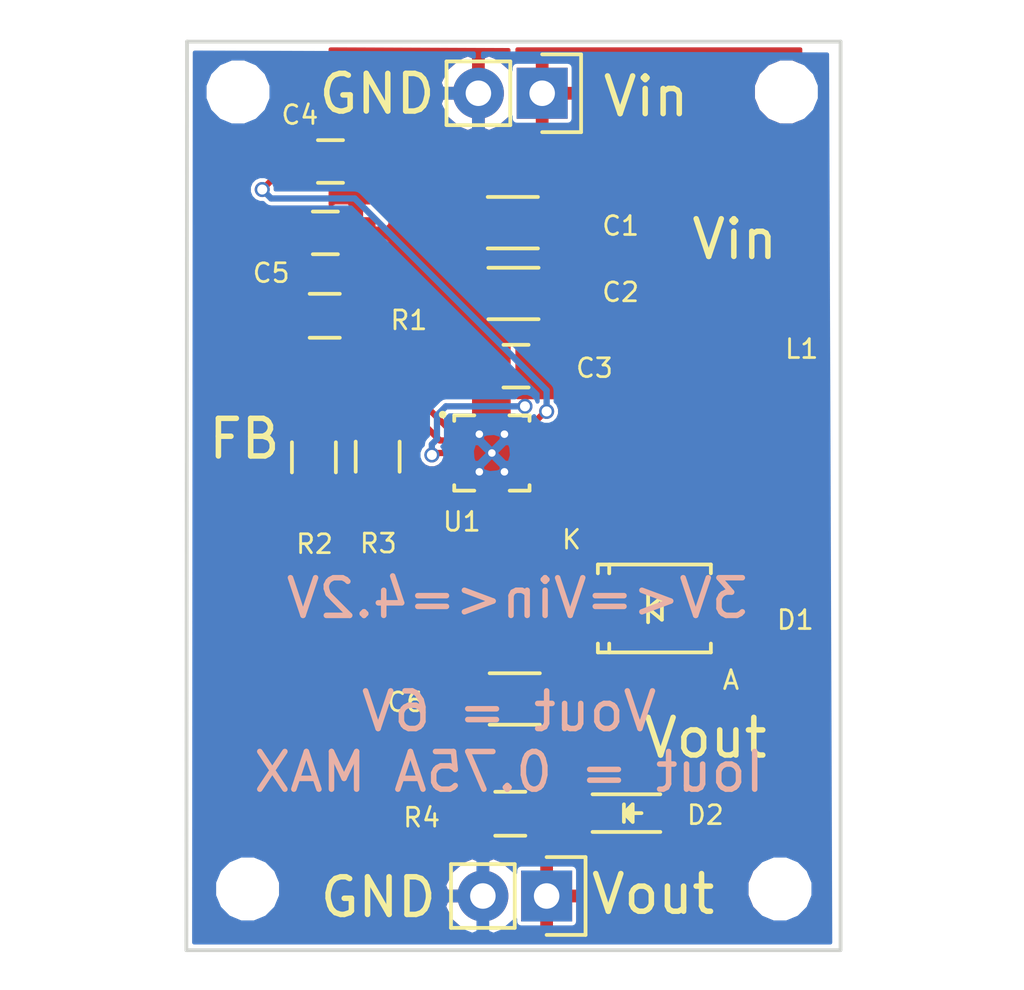
<source format=kicad_pcb>
(kicad_pcb (version 4) (host pcbnew 4.0.5)

  (general
    (links 50)
    (no_connects 0)
    (area 142.763457 100.6476 183.626543 140.7524)
    (thickness 1.6)
    (drawings 13)
    (tracks 61)
    (zones 0)
    (modules 23)
    (nets 10)
  )

  (page A4)
  (layers
    (0 F.Cu signal)
    (31 B.Cu signal)
    (32 B.Adhes user hide)
    (33 F.Adhes user hide)
    (34 B.Paste user hide)
    (35 F.Paste user hide)
    (36 B.SilkS user)
    (37 F.SilkS user)
    (38 B.Mask user)
    (39 F.Mask user)
    (40 Dwgs.User user)
    (41 Cmts.User user)
    (42 Eco1.User user)
    (43 Eco2.User user)
    (44 Edge.Cuts user)
    (45 Margin user)
    (46 B.CrtYd user)
    (47 F.CrtYd user)
    (48 B.Fab user)
    (49 F.Fab user)
  )

  (setup
    (last_trace_width 0.25)
    (trace_clearance 0.1524)
    (zone_clearance 0.1524)
    (zone_45_only no)
    (trace_min 0.2)
    (segment_width 0.2)
    (edge_width 0.15)
    (via_size 0.6)
    (via_drill 0.4)
    (via_min_size 0.4)
    (via_min_drill 0.3)
    (uvia_size 0.3)
    (uvia_drill 0.1)
    (uvias_allowed no)
    (uvia_min_size 0.2)
    (uvia_min_drill 0.1)
    (pcb_text_width 0.3)
    (pcb_text_size 1.5 1.5)
    (mod_edge_width 0.15)
    (mod_text_size 0.75 0.75)
    (mod_text_width 0.11)
    (pad_size 2.032 2.032)
    (pad_drill 1.016)
    (pad_to_mask_clearance 0.0762)
    (solder_mask_min_width 0.1016)
    (aux_axis_origin 0 0)
    (visible_elements FFFEFF7F)
    (pcbplotparams
      (layerselection 0x010f8_80000001)
      (usegerberextensions true)
      (excludeedgelayer true)
      (linewidth 0.100000)
      (plotframeref false)
      (viasonmask false)
      (mode 1)
      (useauxorigin false)
      (hpglpennumber 1)
      (hpglpenspeed 20)
      (hpglpendiameter 15)
      (hpglpenoverlay 2)
      (psnegative false)
      (psa4output false)
      (plotreference true)
      (plotvalue false)
      (plotinvisibletext false)
      (padsonsilk false)
      (subtractmaskfromsilk true)
      (outputformat 1)
      (mirror false)
      (drillshape 0)
      (scaleselection 1)
      (outputdirectory GERBERS/))
  )

  (net 0 "")
  (net 1 GND)
  (net 2 "Net-(C4-Pad1)")
  (net 3 "Net-(C5-Pad1)")
  (net 4 "Net-(R1-Pad1)")
  (net 5 /Vin)
  (net 6 /Vout)
  (net 7 /FB)
  (net 8 "Net-(D2-Pad1)")
  (net 9 /SW)

  (net_class Default "This is the default net class."
    (clearance 0.1524)
    (trace_width 0.25)
    (via_dia 0.6)
    (via_drill 0.4)
    (uvia_dia 0.3)
    (uvia_drill 0.1)
    (add_net /FB)
    (add_net /SW)
    (add_net /Vin)
    (add_net /Vout)
    (add_net GND)
    (add_net "Net-(C4-Pad1)")
    (add_net "Net-(C5-Pad1)")
    (add_net "Net-(D2-Pad1)")
    (add_net "Net-(R1-Pad1)")
  )

  (module Mounting_Holes:MountingHole_2.2mm_M2 (layer F.Cu) (tedit 58AA2474) (tstamp 58AD436E)
    (at 174.117 104.775)
    (descr "Mounting Hole 2.2mm, no annular, M2")
    (tags "mounting hole 2.2mm no annular m2")
    (fp_text reference REF** (at 0 -3.2) (layer F.SilkS) hide
      (effects (font (size 1 1) (thickness 0.15)))
    )
    (fp_text value MountingHole_2.2mm_M2 (at 0 3.2) (layer F.Fab)
      (effects (font (size 1 1) (thickness 0.15)))
    )
    (fp_circle (center 0 0) (end 2.2 0) (layer Cmts.User) (width 0.15))
    (fp_circle (center 0 0) (end 2.45 0) (layer F.CrtYd) (width 0.05))
    (pad 1 np_thru_hole circle (at 0 0) (size 2.2 2.2) (drill 2.2) (layers *.Cu *.Mask))
  )

  (module Mounting_Holes:MountingHole_2.2mm_M2 (layer F.Cu) (tedit 58AA2478) (tstamp 58AD4368)
    (at 152.273 104.775)
    (descr "Mounting Hole 2.2mm, no annular, M2")
    (tags "mounting hole 2.2mm no annular m2")
    (fp_text reference REF** (at 0 -3.2) (layer F.SilkS) hide
      (effects (font (size 1 1) (thickness 0.15)))
    )
    (fp_text value MountingHole_2.2mm_M2 (at 0 3.2) (layer F.Fab)
      (effects (font (size 1 1) (thickness 0.15)))
    )
    (fp_circle (center 0 0) (end 2.2 0) (layer Cmts.User) (width 0.15))
    (fp_circle (center 0 0) (end 2.45 0) (layer F.CrtYd) (width 0.05))
    (pad 1 np_thru_hole circle (at 0 0) (size 2.2 2.2) (drill 2.2) (layers *.Cu *.Mask))
  )

  (module Mounting_Holes:MountingHole_2.2mm_M2 (layer F.Cu) (tedit 58AA246C) (tstamp 58AD4362)
    (at 152.654 136.525)
    (descr "Mounting Hole 2.2mm, no annular, M2")
    (tags "mounting hole 2.2mm no annular m2")
    (fp_text reference REF** (at 0 -3.2) (layer F.SilkS) hide
      (effects (font (size 1 1) (thickness 0.15)))
    )
    (fp_text value MountingHole_2.2mm_M2 (at 0 3.2) (layer F.Fab)
      (effects (font (size 1 1) (thickness 0.15)))
    )
    (fp_circle (center 0 0) (end 2.2 0) (layer Cmts.User) (width 0.15))
    (fp_circle (center 0 0) (end 2.45 0) (layer F.CrtYd) (width 0.05))
    (pad 1 np_thru_hole circle (at 0 0) (size 2.2 2.2) (drill 2.2) (layers *.Cu *.Mask))
  )

  (module Capacitors_SMD:C_0805_HandSoldering (layer F.Cu) (tedit 58AA18D9) (tstamp 58A772ED)
    (at 163.3474 115.697 180)
    (descr "Capacitor SMD 0805, hand soldering")
    (tags "capacitor 0805")
    (path /589DCDBC)
    (attr smd)
    (fp_text reference C3 (at -3.1242 -0.0762 180) (layer F.SilkS)
      (effects (font (size 0.75 0.75) (thickness 0.11)))
    )
    (fp_text value 1u (at 0 2.1 180) (layer F.Fab)
      (effects (font (size 0.75 0.75) (thickness 0.11)))
    )
    (fp_line (start -1 0.625) (end -1 -0.625) (layer F.Fab) (width 0.15))
    (fp_line (start 1 0.625) (end -1 0.625) (layer F.Fab) (width 0.15))
    (fp_line (start 1 -0.625) (end 1 0.625) (layer F.Fab) (width 0.15))
    (fp_line (start -1 -0.625) (end 1 -0.625) (layer F.Fab) (width 0.15))
    (fp_line (start -2.3 -1) (end 2.3 -1) (layer F.CrtYd) (width 0.05))
    (fp_line (start -2.3 1) (end 2.3 1) (layer F.CrtYd) (width 0.05))
    (fp_line (start -2.3 -1) (end -2.3 1) (layer F.CrtYd) (width 0.05))
    (fp_line (start 2.3 -1) (end 2.3 1) (layer F.CrtYd) (width 0.05))
    (fp_line (start 0.5 -0.85) (end -0.5 -0.85) (layer F.SilkS) (width 0.15))
    (fp_line (start -0.5 0.85) (end 0.5 0.85) (layer F.SilkS) (width 0.15))
    (pad 1 smd rect (at -1.25 0 180) (size 1.5 1.25) (layers F.Cu F.Paste F.Mask)
      (net 5 /Vin) (zone_connect 2))
    (pad 2 smd rect (at 1.25 0 180) (size 1.5 1.25) (layers F.Cu F.Paste F.Mask)
      (net 1 GND) (zone_connect 2))
    (model Capacitors_SMD.3dshapes/C_0805_HandSoldering.wrl
      (at (xyz 0 0 0))
      (scale (xyz 1 1 1))
      (rotate (xyz 0 0 0))
    )
  )

  (module Capacitors_SMD:C_0805_HandSoldering (layer F.Cu) (tedit 541A9B8D) (tstamp 58A772F3)
    (at 155.956 107.5436)
    (descr "Capacitor SMD 0805, hand soldering")
    (tags "capacitor 0805")
    (path /589DCC9D)
    (attr smd)
    (fp_text reference C4 (at -1.2192 -1.8542) (layer F.SilkS)
      (effects (font (size 0.75 0.75) (thickness 0.11)))
    )
    (fp_text value 100n (at 0 2.1) (layer F.Fab)
      (effects (font (size 0.75 0.75) (thickness 0.11)))
    )
    (fp_line (start -1 0.625) (end -1 -0.625) (layer F.Fab) (width 0.15))
    (fp_line (start 1 0.625) (end -1 0.625) (layer F.Fab) (width 0.15))
    (fp_line (start 1 -0.625) (end 1 0.625) (layer F.Fab) (width 0.15))
    (fp_line (start -1 -0.625) (end 1 -0.625) (layer F.Fab) (width 0.15))
    (fp_line (start -2.3 -1) (end 2.3 -1) (layer F.CrtYd) (width 0.05))
    (fp_line (start -2.3 1) (end 2.3 1) (layer F.CrtYd) (width 0.05))
    (fp_line (start -2.3 -1) (end -2.3 1) (layer F.CrtYd) (width 0.05))
    (fp_line (start 2.3 -1) (end 2.3 1) (layer F.CrtYd) (width 0.05))
    (fp_line (start 0.5 -0.85) (end -0.5 -0.85) (layer F.SilkS) (width 0.15))
    (fp_line (start -0.5 0.85) (end 0.5 0.85) (layer F.SilkS) (width 0.15))
    (pad 1 smd rect (at -1.25 0) (size 1.5 1.25) (layers F.Cu F.Paste F.Mask)
      (net 2 "Net-(C4-Pad1)"))
    (pad 2 smd rect (at 1.25 0) (size 1.5 1.25) (layers F.Cu F.Paste F.Mask)
      (net 1 GND))
    (model Capacitors_SMD.3dshapes/C_0805_HandSoldering.wrl
      (at (xyz 0 0 0))
      (scale (xyz 1 1 1))
      (rotate (xyz 0 0 0))
    )
  )

  (module Capacitors_SMD:C_0805_HandSoldering (layer F.Cu) (tedit 541A9B8D) (tstamp 58A772F9)
    (at 155.7528 110.3884)
    (descr "Capacitor SMD 0805, hand soldering")
    (tags "capacitor 0805")
    (path /589DCC5B)
    (attr smd)
    (fp_text reference C5 (at -2.159 1.6002) (layer F.SilkS)
      (effects (font (size 0.75 0.75) (thickness 0.11)))
    )
    (fp_text value 820p (at 0 2.1) (layer F.Fab)
      (effects (font (size 0.75 0.75) (thickness 0.11)))
    )
    (fp_line (start -1 0.625) (end -1 -0.625) (layer F.Fab) (width 0.15))
    (fp_line (start 1 0.625) (end -1 0.625) (layer F.Fab) (width 0.15))
    (fp_line (start 1 -0.625) (end 1 0.625) (layer F.Fab) (width 0.15))
    (fp_line (start -1 -0.625) (end 1 -0.625) (layer F.Fab) (width 0.15))
    (fp_line (start -2.3 -1) (end 2.3 -1) (layer F.CrtYd) (width 0.05))
    (fp_line (start -2.3 1) (end 2.3 1) (layer F.CrtYd) (width 0.05))
    (fp_line (start -2.3 -1) (end -2.3 1) (layer F.CrtYd) (width 0.05))
    (fp_line (start 2.3 -1) (end 2.3 1) (layer F.CrtYd) (width 0.05))
    (fp_line (start 0.5 -0.85) (end -0.5 -0.85) (layer F.SilkS) (width 0.15))
    (fp_line (start -0.5 0.85) (end 0.5 0.85) (layer F.SilkS) (width 0.15))
    (pad 1 smd rect (at -1.25 0) (size 1.5 1.25) (layers F.Cu F.Paste F.Mask)
      (net 3 "Net-(C5-Pad1)"))
    (pad 2 smd rect (at 1.25 0) (size 1.5 1.25) (layers F.Cu F.Paste F.Mask)
      (net 1 GND))
    (model Capacitors_SMD.3dshapes/C_0805_HandSoldering.wrl
      (at (xyz 0 0 0))
      (scale (xyz 1 1 1))
      (rotate (xyz 0 0 0))
    )
  )

  (module PowerSwap:SRR5028 (layer F.Cu) (tedit 58A76C25) (tstamp 58A77313)
    (at 171.3484 119.1514 180)
    (path /589DC8F7)
    (zone_connect 2)
    (fp_text reference L1 (at -3.3782 4.1402 180) (layer F.SilkS)
      (effects (font (size 0.75 0.75) (thickness 0.11)))
    )
    (fp_text value 4.2uH (at 0 -4.35 180) (layer F.Fab)
      (effects (font (size 0.75 0.75) (thickness 0.11)))
    )
    (pad 2 smd rect (at -1.77 2.05 231) (size 1 1.9) (layers F.Cu F.Paste F.Mask)
      (net 5 /Vin) (zone_connect 2))
    (pad 2 smd rect (at 1.75 2.06 129) (size 1 1.9) (layers F.Cu F.Paste F.Mask)
      (net 5 /Vin) (zone_connect 2))
    (pad 1 smd rect (at -1.77 -2.05 129) (size 1 1.9) (layers F.Cu F.Paste F.Mask)
      (net 9 /SW) (zone_connect 2))
    (pad 2 smd rect (at 0 2.675 180) (size 6.3 0.95) (layers F.Cu F.Paste F.Mask)
      (net 5 /Vin) (zone_connect 2))
    (pad 1 smd rect (at 0 -2.675 180) (size 6.3 0.95) (layers F.Cu F.Paste F.Mask)
      (net 9 /SW) (zone_connect 2))
    (pad 1 smd rect (at 2.567 -2.05 180) (size 1.166 2.2) (layers F.Cu F.Paste F.Mask)
      (net 9 /SW) (zone_connect 2))
    (pad 2 smd rect (at 2.567 2.05 180) (size 1.166 2.2) (layers F.Cu F.Paste F.Mask)
      (net 5 /Vin) (zone_connect 2))
    (pad 1 smd rect (at -2.567 -2.05 180) (size 1.166 2.2) (layers F.Cu F.Paste F.Mask)
      (net 9 /SW) (zone_connect 2))
    (pad 2 smd rect (at -2.567 2.05 180) (size 1.166 2.2) (layers F.Cu F.Paste F.Mask)
      (net 5 /Vin) (zone_connect 2))
    (pad 1 smd rect (at 1.76 -2.05 231) (size 1 1.9) (layers F.Cu F.Paste F.Mask)
      (net 9 /SW) (zone_connect 2))
  )

  (module Pin_Headers:Pin_Header_Straight_1x02 (layer F.Cu) (tedit 58AA23CB) (tstamp 58A77319)
    (at 164.3888 104.8258 270)
    (descr "Through hole pin header")
    (tags "pin header")
    (path /589DEB84)
    (fp_text reference P1 (at 0 -5.1 270) (layer F.SilkS) hide
      (effects (font (size 0.75 0.75) (thickness 0.11)))
    )
    (fp_text value CONN_01X02 (at 0 -3.1 270) (layer F.Fab)
      (effects (font (size 0.75 0.75) (thickness 0.11)))
    )
    (fp_line (start 1.27 1.27) (end 1.27 3.81) (layer F.SilkS) (width 0.15))
    (fp_line (start 1.55 -1.55) (end 1.55 0) (layer F.SilkS) (width 0.15))
    (fp_line (start -1.75 -1.75) (end -1.75 4.3) (layer F.CrtYd) (width 0.05))
    (fp_line (start 1.75 -1.75) (end 1.75 4.3) (layer F.CrtYd) (width 0.05))
    (fp_line (start -1.75 -1.75) (end 1.75 -1.75) (layer F.CrtYd) (width 0.05))
    (fp_line (start -1.75 4.3) (end 1.75 4.3) (layer F.CrtYd) (width 0.05))
    (fp_line (start 1.27 1.27) (end -1.27 1.27) (layer F.SilkS) (width 0.15))
    (fp_line (start -1.55 0) (end -1.55 -1.55) (layer F.SilkS) (width 0.15))
    (fp_line (start -1.55 -1.55) (end 1.55 -1.55) (layer F.SilkS) (width 0.15))
    (fp_line (start -1.27 1.27) (end -1.27 3.81) (layer F.SilkS) (width 0.15))
    (fp_line (start -1.27 3.81) (end 1.27 3.81) (layer F.SilkS) (width 0.15))
    (pad 1 thru_hole rect (at 0 0 270) (size 2.032 2.032) (drill 1.016) (layers *.Cu *.Mask)
      (net 5 /Vin))
    (pad 2 thru_hole oval (at 0 2.54 270) (size 2.032 2.032) (drill 1.016) (layers *.Cu *.Mask)
      (net 1 GND))
    (model Pin_Headers.3dshapes/Pin_Header_Straight_1x02.wrl
      (at (xyz 0 -0.05 0))
      (scale (xyz 1 1 1))
      (rotate (xyz 0 0 90))
    )
  )

  (module Pin_Headers:Pin_Header_Straight_1x02 (layer F.Cu) (tedit 58AA23C0) (tstamp 58A7731F)
    (at 164.5666 136.8044 270)
    (descr "Through hole pin header")
    (tags "pin header")
    (path /589DE8EE)
    (fp_text reference P2 (at 0.0762 -2.8956 360) (layer F.SilkS) hide
      (effects (font (size 0.75 0.75) (thickness 0.11)))
    )
    (fp_text value CONN_01X02 (at 0 -3.1 270) (layer F.Fab)
      (effects (font (size 0.75 0.75) (thickness 0.11)))
    )
    (fp_line (start 1.27 1.27) (end 1.27 3.81) (layer F.SilkS) (width 0.15))
    (fp_line (start 1.55 -1.55) (end 1.55 0) (layer F.SilkS) (width 0.15))
    (fp_line (start -1.75 -1.75) (end -1.75 4.3) (layer F.CrtYd) (width 0.05))
    (fp_line (start 1.75 -1.75) (end 1.75 4.3) (layer F.CrtYd) (width 0.05))
    (fp_line (start -1.75 -1.75) (end 1.75 -1.75) (layer F.CrtYd) (width 0.05))
    (fp_line (start -1.75 4.3) (end 1.75 4.3) (layer F.CrtYd) (width 0.05))
    (fp_line (start 1.27 1.27) (end -1.27 1.27) (layer F.SilkS) (width 0.15))
    (fp_line (start -1.55 0) (end -1.55 -1.55) (layer F.SilkS) (width 0.15))
    (fp_line (start -1.55 -1.55) (end 1.55 -1.55) (layer F.SilkS) (width 0.15))
    (fp_line (start -1.27 1.27) (end -1.27 3.81) (layer F.SilkS) (width 0.15))
    (fp_line (start -1.27 3.81) (end 1.27 3.81) (layer F.SilkS) (width 0.15))
    (pad 1 thru_hole rect (at 0 0 270) (size 2.032 2.032) (drill 1.016) (layers *.Cu *.Mask)
      (net 6 /Vout))
    (pad 2 thru_hole oval (at 0 2.54 270) (size 2.032 2.032) (drill 1.016) (layers *.Cu *.Mask)
      (net 1 GND) (zone_connect 1))
    (model Pin_Headers.3dshapes/Pin_Header_Straight_1x02.wrl
      (at (xyz 0 -0.05 0))
      (scale (xyz 1 1 1))
      (rotate (xyz 0 0 90))
    )
  )

  (module Resistors_SMD:R_0805_HandSoldering (layer F.Cu) (tedit 58307B90) (tstamp 58A77325)
    (at 155.7274 113.6904 180)
    (descr "Resistor SMD 0805, hand soldering")
    (tags "resistor 0805")
    (path /589DCC30)
    (attr smd)
    (fp_text reference R1 (at -3.3528 -0.1778 180) (layer F.SilkS)
      (effects (font (size 0.75 0.75) (thickness 0.11)))
    )
    (fp_text value 60.4K (at 0 2.1 180) (layer F.Fab)
      (effects (font (size 0.75 0.75) (thickness 0.11)))
    )
    (fp_line (start -1 0.625) (end -1 -0.625) (layer F.Fab) (width 0.1))
    (fp_line (start 1 0.625) (end -1 0.625) (layer F.Fab) (width 0.1))
    (fp_line (start 1 -0.625) (end 1 0.625) (layer F.Fab) (width 0.1))
    (fp_line (start -1 -0.625) (end 1 -0.625) (layer F.Fab) (width 0.1))
    (fp_line (start -2.4 -1) (end 2.4 -1) (layer F.CrtYd) (width 0.05))
    (fp_line (start -2.4 1) (end 2.4 1) (layer F.CrtYd) (width 0.05))
    (fp_line (start -2.4 -1) (end -2.4 1) (layer F.CrtYd) (width 0.05))
    (fp_line (start 2.4 -1) (end 2.4 1) (layer F.CrtYd) (width 0.05))
    (fp_line (start 0.6 0.875) (end -0.6 0.875) (layer F.SilkS) (width 0.15))
    (fp_line (start -0.6 -0.875) (end 0.6 -0.875) (layer F.SilkS) (width 0.15))
    (pad 1 smd rect (at -1.35 0 180) (size 1.5 1.3) (layers F.Cu F.Paste F.Mask)
      (net 4 "Net-(R1-Pad1)"))
    (pad 2 smd rect (at 1.35 0 180) (size 1.5 1.3) (layers F.Cu F.Paste F.Mask)
      (net 3 "Net-(C5-Pad1)"))
    (model Resistors_SMD.3dshapes/R_0805_HandSoldering.wrl
      (at (xyz 0 0 0))
      (scale (xyz 1 1 1))
      (rotate (xyz 0 0 0))
    )
  )

  (module Resistors_SMD:R_0805_HandSoldering (layer F.Cu) (tedit 58307B90) (tstamp 58A7732B)
    (at 155.2956 119.3292 90)
    (descr "Resistor SMD 0805, hand soldering")
    (tags "resistor 0805")
    (path /589DCBC4)
    (attr smd)
    (fp_text reference R2 (at -3.4544 0.0254 180) (layer F.SilkS)
      (effects (font (size 0.75 0.75) (thickness 0.11)))
    )
    (fp_text value 150K (at 0 2.1 90) (layer F.Fab)
      (effects (font (size 0.75 0.75) (thickness 0.11)))
    )
    (fp_line (start -1 0.625) (end -1 -0.625) (layer F.Fab) (width 0.1))
    (fp_line (start 1 0.625) (end -1 0.625) (layer F.Fab) (width 0.1))
    (fp_line (start 1 -0.625) (end 1 0.625) (layer F.Fab) (width 0.1))
    (fp_line (start -1 -0.625) (end 1 -0.625) (layer F.Fab) (width 0.1))
    (fp_line (start -2.4 -1) (end 2.4 -1) (layer F.CrtYd) (width 0.05))
    (fp_line (start -2.4 1) (end 2.4 1) (layer F.CrtYd) (width 0.05))
    (fp_line (start -2.4 -1) (end -2.4 1) (layer F.CrtYd) (width 0.05))
    (fp_line (start 2.4 -1) (end 2.4 1) (layer F.CrtYd) (width 0.05))
    (fp_line (start 0.6 0.875) (end -0.6 0.875) (layer F.SilkS) (width 0.15))
    (fp_line (start -0.6 -0.875) (end 0.6 -0.875) (layer F.SilkS) (width 0.15))
    (pad 1 smd rect (at -1.35 0 90) (size 1.5 1.3) (layers F.Cu F.Paste F.Mask)
      (net 6 /Vout))
    (pad 2 smd rect (at 1.35 0 90) (size 1.5 1.3) (layers F.Cu F.Paste F.Mask)
      (net 7 /FB))
    (model Resistors_SMD.3dshapes/R_0805_HandSoldering.wrl
      (at (xyz 0 0 0))
      (scale (xyz 1 1 1))
      (rotate (xyz 0 0 0))
    )
  )

  (module Resistors_SMD:R_0805_HandSoldering (layer F.Cu) (tedit 58A8ADA5) (tstamp 58A77331)
    (at 157.8356 119.3038 270)
    (descr "Resistor SMD 0805, hand soldering")
    (tags "resistor 0805")
    (path /589DCC07)
    (attr smd)
    (fp_text reference R3 (at 3.4544 -0.0254 360) (layer F.SilkS)
      (effects (font (size 0.75 0.75) (thickness 0.11)))
    )
    (fp_text value 39K (at 0 2.1 270) (layer F.Fab)
      (effects (font (size 0.75 0.75) (thickness 0.11)))
    )
    (fp_line (start -1 0.625) (end -1 -0.625) (layer F.Fab) (width 0.1))
    (fp_line (start 1 0.625) (end -1 0.625) (layer F.Fab) (width 0.1))
    (fp_line (start 1 -0.625) (end 1 0.625) (layer F.Fab) (width 0.1))
    (fp_line (start -1 -0.625) (end 1 -0.625) (layer F.Fab) (width 0.1))
    (fp_line (start -2.4 -1) (end 2.4 -1) (layer F.CrtYd) (width 0.05))
    (fp_line (start -2.4 1) (end 2.4 1) (layer F.CrtYd) (width 0.05))
    (fp_line (start -2.4 -1) (end -2.4 1) (layer F.CrtYd) (width 0.05))
    (fp_line (start 2.4 -1) (end 2.4 1) (layer F.CrtYd) (width 0.05))
    (fp_line (start 0.6 0.875) (end -0.6 0.875) (layer F.SilkS) (width 0.15))
    (fp_line (start -0.6 -0.875) (end 0.6 -0.875) (layer F.SilkS) (width 0.15))
    (pad 1 smd rect (at -1.35 0 270) (size 1.5 1.3) (layers F.Cu F.Paste F.Mask)
      (net 7 /FB))
    (pad 2 smd rect (at 1.35 0 270) (size 1.5 1.3) (layers F.Cu F.Paste F.Mask)
      (net 1 GND) (zone_connect 2))
    (model Resistors_SMD.3dshapes/R_0805_HandSoldering.wrl
      (at (xyz 0 0 0))
      (scale (xyz 1 1 1))
      (rotate (xyz 0 0 0))
    )
  )

  (module PowerSwap:TPS61087 (layer F.Cu) (tedit 58A8E15B) (tstamp 58A7734F)
    (at 162.385695 119.157 270)
    (path /589DC89F)
    (fp_text reference U1 (at 2.7376 1.197295 360) (layer F.SilkS)
      (effects (font (size 0.75 0.75) (thickness 0.11)))
    )
    (fp_text value TPS61087 (at 0.05 -2.68 270) (layer F.Fab)
      (effects (font (size 0.75 0.75) (thickness 0.11)))
    )
    (fp_circle (center -1.53 1.96) (end -1.46 1.93) (layer F.SilkS) (width 0.15))
    (fp_line (start -1.5 -0.7) (end -1.5 -1.5) (layer F.SilkS) (width 0.15))
    (fp_line (start 1.5 0.7) (end 1.5 1.5) (layer F.SilkS) (width 0.15))
    (fp_line (start 1.28 -1.5) (end 1.5 -1.5) (layer F.SilkS) (width 0.15))
    (fp_line (start 1.5 -1.5) (end 1.5 -0.71) (layer F.SilkS) (width 0.15))
    (fp_line (start -1.5 1.5) (end -1.5 0.7) (layer F.SilkS) (width 0.15))
    (fp_line (start -1.5 1.5) (end -1.28 1.5) (layer F.SilkS) (width 0.15))
    (fp_line (start -1.5 -1.5) (end -1.28 -1.5) (layer F.SilkS) (width 0.15))
    (fp_line (start 1.28 1.5) (end 1.5 1.5) (layer F.SilkS) (width 0.15))
    (pad 11 thru_hole circle (at -0.75 0.5 270) (size 0.4 0.4) (drill 0.3) (layers *.Cu *.Mask)
      (net 1 GND) (solder_mask_margin -0.1) (zone_connect 2))
    (pad 11 thru_hole circle (at -0.75 -0.5 270) (size 0.4 0.4) (drill 0.3) (layers *.Cu *.Mask)
      (net 1 GND) (solder_mask_margin -0.1) (zone_connect 2))
    (pad 11 thru_hole circle (at 0.75 0.5 270) (size 0.4 0.4) (drill 0.3) (layers *.Cu *.Mask)
      (net 1 GND) (solder_mask_margin -0.1) (zone_connect 2))
    (pad 11 thru_hole circle (at 0.75 -0.5 270) (size 0.4 0.4) (drill 0.3) (layers *.Cu *.Mask)
      (net 1 GND) (solder_mask_margin -0.1) (zone_connect 2))
    (pad 10 smd oval (at -1 -1.475 270) (size 0.28 0.85) (layers F.Cu F.Paste F.Mask)
      (net 2 "Net-(C4-Pad1)"))
    (pad 9 smd oval (at -0.5 -1.475 270) (size 0.28 0.85) (layers F.Cu F.Paste F.Mask)
      (net 5 /Vin) (zone_connect 2))
    (pad 6 smd oval (at 1 -1.475 270) (size 0.28 0.85) (layers F.Cu F.Paste F.Mask)
      (net 9 /SW) (zone_connect 2))
    (pad 7 smd oval (at 0.5 -1.475 270) (size 0.28 0.85) (layers F.Cu F.Paste F.Mask)
      (net 9 /SW) (zone_connect 2))
    (pad 1 smd oval (at -1 1.475 270) (size 0.28 0.85) (layers F.Cu F.Paste F.Mask)
      (net 4 "Net-(R1-Pad1)"))
    (pad 2 smd oval (at -0.5 1.475 270) (size 0.28 0.85) (layers F.Cu F.Paste F.Mask)
      (net 7 /FB))
    (pad 5 smd oval (at 1 1.475 270) (size 0.28 0.85) (layers F.Cu F.Paste F.Mask)
      (net 1 GND) (zone_connect 2))
    (pad 4 smd oval (at 0.5 1.475 270) (size 0.28 0.85) (layers F.Cu F.Paste F.Mask)
      (net 1 GND) (zone_connect 2))
    (pad 3 smd oval (at 0 1.475 270) (size 0.28 0.85) (layers F.Cu F.Paste F.Mask)
      (net 5 /Vin))
    (pad 11 smd rect (at 0 0.25 270) (size 3.8 0.28) (layers F.Cu F.Mask)
      (net 1 GND) (zone_connect 2))
    (pad 11 smd rect (at 0 0 270) (size 2.4 1.65) (layers F.Cu F.Mask)
      (net 1 GND) (zone_connect 2))
    (pad 11 smd rect (at 0 -0.25 270) (size 3.8 0.28) (layers F.Cu F.Mask)
      (net 1 GND) (zone_connect 2))
    (pad 8 smd oval (at 0 -1.475 270) (size 0.28 0.85) (layers F.Cu F.Paste F.Mask)
      (net 5 /Vin) (zone_connect 2))
    (pad 11 thru_hole circle (at 0 0 270) (size 0.4 0.4) (drill 0.3) (layers *.Cu *.Mask)
      (net 1 GND) (solder_mask_margin -0.1))
    (pad "" smd rect (at 1.63 -0.25 270) (size 0.5 0.26) (layers F.Paste))
    (pad "" smd rect (at 1.63 0.25 270) (size 0.5 0.26) (layers F.Paste))
    (pad "" smd rect (at -1.63 -0.25 270) (size 0.5 0.26) (layers F.Paste))
    (pad "" smd rect (at -1.63 0.25 270) (size 0.5 0.26) (layers F.Paste))
    (pad "" smd rect (at 0.635 -0.45 270) (size 1.05 0.68) (layers F.Paste))
    (pad "" smd rect (at -0.635 -0.45 270) (size 1.05 0.68) (layers F.Paste))
    (pad "" smd rect (at -0.635 0.45 270) (size 1.05 0.68) (layers F.Paste))
    (pad "" smd rect (at 0.635 0.45 270) (size 1.05 0.68) (layers F.Paste))
  )

  (module Capacitors_SMD:C_1206_HandSoldering (layer F.Cu) (tedit 58AA175C) (tstamp 58A85D17)
    (at 163.2204 109.982 180)
    (descr "Capacitor SMD 1206, hand soldering")
    (tags "capacitor 1206")
    (path /589F202E)
    (attr smd)
    (fp_text reference C1 (at -4.2926 -0.127 180) (layer F.SilkS)
      (effects (font (size 0.75 0.75) (thickness 0.11)))
    )
    (fp_text value 10u (at 0 2.3 180) (layer F.Fab)
      (effects (font (size 0.75 0.75) (thickness 0.11)))
    )
    (fp_line (start -1.6 0.8) (end -1.6 -0.8) (layer F.Fab) (width 0.15))
    (fp_line (start 1.6 0.8) (end -1.6 0.8) (layer F.Fab) (width 0.15))
    (fp_line (start 1.6 -0.8) (end 1.6 0.8) (layer F.Fab) (width 0.15))
    (fp_line (start -1.6 -0.8) (end 1.6 -0.8) (layer F.Fab) (width 0.15))
    (fp_line (start -3.3 -1.15) (end 3.3 -1.15) (layer F.CrtYd) (width 0.05))
    (fp_line (start -3.3 1.15) (end 3.3 1.15) (layer F.CrtYd) (width 0.05))
    (fp_line (start -3.3 -1.15) (end -3.3 1.15) (layer F.CrtYd) (width 0.05))
    (fp_line (start 3.3 -1.15) (end 3.3 1.15) (layer F.CrtYd) (width 0.05))
    (fp_line (start 1 -1.025) (end -1 -1.025) (layer F.SilkS) (width 0.15))
    (fp_line (start -1 1.025) (end 1 1.025) (layer F.SilkS) (width 0.15))
    (pad 1 smd rect (at -2 0 180) (size 2 1.6) (layers F.Cu F.Paste F.Mask)
      (net 5 /Vin) (zone_connect 2))
    (pad 2 smd rect (at 2 0 180) (size 2 1.6) (layers F.Cu F.Paste F.Mask)
      (net 1 GND) (zone_connect 2))
    (model Capacitors_SMD.3dshapes/C_1206_HandSoldering.wrl
      (at (xyz 0 0 0))
      (scale (xyz 1 1 1))
      (rotate (xyz 0 0 0))
    )
  )

  (module Capacitors_SMD:C_1206_HandSoldering (layer F.Cu) (tedit 58AA1763) (tstamp 58A85D1C)
    (at 163.2458 112.8014 180)
    (descr "Capacitor SMD 1206, hand soldering")
    (tags "capacitor 1206")
    (path /589DCD1E)
    (attr smd)
    (fp_text reference C2 (at -4.2672 0.0508 180) (layer F.SilkS)
      (effects (font (size 0.75 0.75) (thickness 0.11)))
    )
    (fp_text value 10u (at 0 2.3 180) (layer F.Fab)
      (effects (font (size 0.75 0.75) (thickness 0.11)))
    )
    (fp_line (start -1.6 0.8) (end -1.6 -0.8) (layer F.Fab) (width 0.15))
    (fp_line (start 1.6 0.8) (end -1.6 0.8) (layer F.Fab) (width 0.15))
    (fp_line (start 1.6 -0.8) (end 1.6 0.8) (layer F.Fab) (width 0.15))
    (fp_line (start -1.6 -0.8) (end 1.6 -0.8) (layer F.Fab) (width 0.15))
    (fp_line (start -3.3 -1.15) (end 3.3 -1.15) (layer F.CrtYd) (width 0.05))
    (fp_line (start -3.3 1.15) (end 3.3 1.15) (layer F.CrtYd) (width 0.05))
    (fp_line (start -3.3 -1.15) (end -3.3 1.15) (layer F.CrtYd) (width 0.05))
    (fp_line (start 3.3 -1.15) (end 3.3 1.15) (layer F.CrtYd) (width 0.05))
    (fp_line (start 1 -1.025) (end -1 -1.025) (layer F.SilkS) (width 0.15))
    (fp_line (start -1 1.025) (end 1 1.025) (layer F.SilkS) (width 0.15))
    (pad 1 smd rect (at -2 0 180) (size 2 1.6) (layers F.Cu F.Paste F.Mask)
      (net 5 /Vin) (zone_connect 2))
    (pad 2 smd rect (at 2 0 180) (size 2 1.6) (layers F.Cu F.Paste F.Mask)
      (net 1 GND) (zone_connect 2))
    (model Capacitors_SMD.3dshapes/C_1206_HandSoldering.wrl
      (at (xyz 0 0 0))
      (scale (xyz 1 1 1))
      (rotate (xyz 0 0 0))
    )
  )

  (module Capacitors_SMD:C_1206_HandSoldering (layer F.Cu) (tedit 58A8D823) (tstamp 58A85D21)
    (at 163.2966 128.9558 180)
    (descr "Capacitor SMD 1206, hand soldering")
    (tags "capacitor 1206")
    (path /589DCCEA)
    (attr smd)
    (fp_text reference C6 (at 4.3434 -0.127 180) (layer F.SilkS)
      (effects (font (size 0.75 0.75) (thickness 0.11)))
    )
    (fp_text value 33u (at 0 2.3 180) (layer F.Fab)
      (effects (font (size 0.75 0.75) (thickness 0.11)))
    )
    (fp_line (start -1.6 0.8) (end -1.6 -0.8) (layer F.Fab) (width 0.15))
    (fp_line (start 1.6 0.8) (end -1.6 0.8) (layer F.Fab) (width 0.15))
    (fp_line (start 1.6 -0.8) (end 1.6 0.8) (layer F.Fab) (width 0.15))
    (fp_line (start -1.6 -0.8) (end 1.6 -0.8) (layer F.Fab) (width 0.15))
    (fp_line (start -3.3 -1.15) (end 3.3 -1.15) (layer F.CrtYd) (width 0.05))
    (fp_line (start -3.3 1.15) (end 3.3 1.15) (layer F.CrtYd) (width 0.05))
    (fp_line (start -3.3 -1.15) (end -3.3 1.15) (layer F.CrtYd) (width 0.05))
    (fp_line (start 3.3 -1.15) (end 3.3 1.15) (layer F.CrtYd) (width 0.05))
    (fp_line (start 1 -1.025) (end -1 -1.025) (layer F.SilkS) (width 0.15))
    (fp_line (start -1 1.025) (end 1 1.025) (layer F.SilkS) (width 0.15))
    (pad 1 smd rect (at -2 0 180) (size 2 1.6) (layers F.Cu F.Paste F.Mask)
      (net 6 /Vout) (zone_connect 2))
    (pad 2 smd rect (at 2 0 180) (size 2 1.6) (layers F.Cu F.Paste F.Mask)
      (net 1 GND) (zone_connect 2))
    (model Capacitors_SMD.3dshapes/C_1206_HandSoldering.wrl
      (at (xyz 0 0 0))
      (scale (xyz 1 1 1))
      (rotate (xyz 0 0 0))
    )
  )

  (module Diodes_SMD:SMA_Handsoldering (layer F.Cu) (tedit 58AA337A) (tstamp 58A85D26)
    (at 168.8592 125.349)
    (descr "Diode SMA Handsoldering")
    (tags "Diode SMA Handsoldering")
    (path /589DCB3F)
    (attr smd)
    (fp_text reference D1 (at 5.6134 0.4572) (layer F.SilkS)
      (effects (font (size 0.75 0.75) (thickness 0.11)))
    )
    (fp_text value Schottky (at 0.05 4.4) (layer F.Fab)
      (effects (font (size 0.75 0.75) (thickness 0.11)))
    )
    (fp_line (start -4.5 -2) (end 4.5 -2) (layer F.CrtYd) (width 0.05))
    (fp_line (start 4.5 -2) (end 4.5 2) (layer F.CrtYd) (width 0.05))
    (fp_line (start 4.5 2) (end -4.5 2) (layer F.CrtYd) (width 0.05))
    (fp_line (start -4.5 2) (end -4.5 -2) (layer F.CrtYd) (width 0.05))
    (fp_line (start -0.25 0) (end 0.3 -0.45) (layer F.SilkS) (width 0.15))
    (fp_line (start 0.3 -0.45) (end 0.3 0.45) (layer F.SilkS) (width 0.15))
    (fp_line (start 0.3 0.45) (end -0.25 0) (layer F.SilkS) (width 0.15))
    (fp_line (start -0.25 -0.55) (end -0.25 0.55) (layer F.SilkS) (width 0.15))
    (fp_text user K (at -3.302 -2.7432) (layer F.SilkS)
      (effects (font (size 0.75 0.75) (thickness 0.11)))
    )
    (fp_text user A (at 3.05 2.85) (layer F.SilkS)
      (effects (font (size 0.75 0.75) (thickness 0.11)))
    )
    (fp_line (start -1.79914 1.75006) (end -1.79914 1.39954) (layer F.SilkS) (width 0.15))
    (fp_line (start -1.79914 -1.75006) (end -1.79914 -1.39954) (layer F.SilkS) (width 0.15))
    (fp_line (start 2.25044 1.75006) (end 2.25044 1.39954) (layer F.SilkS) (width 0.15))
    (fp_line (start -2.25044 1.75006) (end -2.25044 1.39954) (layer F.SilkS) (width 0.15))
    (fp_line (start -2.25044 -1.75006) (end -2.25044 -1.39954) (layer F.SilkS) (width 0.15))
    (fp_line (start 2.25044 -1.75006) (end 2.25044 -1.39954) (layer F.SilkS) (width 0.15))
    (fp_line (start -2.25044 1.75006) (end 2.25044 1.75006) (layer F.SilkS) (width 0.15))
    (fp_line (start -2.25044 -1.75006) (end 2.25044 -1.75006) (layer F.SilkS) (width 0.15))
    (pad 1 smd rect (at -2.49936 0) (size 3.50012 1.80086) (layers F.Cu F.Paste F.Mask)
      (net 6 /Vout) (zone_connect 2))
    (pad 2 smd rect (at 2.49936 0) (size 3.50012 1.80086) (layers F.Cu F.Paste F.Mask)
      (net 9 /SW) (zone_connect 2))
    (model Diodes_SMD.3dshapes/SMA_Handsoldering.wrl
      (at (xyz 0 0 0))
      (scale (xyz 0.3937 0.3937 0.3937))
      (rotate (xyz 0 0 180))
    )
  )

  (module LEDs:LED_0805 (layer F.Cu) (tedit 58A8D82F) (tstamp 58A875F8)
    (at 167.9956 133.5024)
    (descr "LED 0805 smd package")
    (tags "LED 0805 SMD")
    (path /58A8806A)
    (attr smd)
    (fp_text reference D2 (at 2.8956 0.0762) (layer F.SilkS)
      (effects (font (size 0.75 0.75) (thickness 0.11)))
    )
    (fp_text value LED_Small (at 0 1.75) (layer F.Fab)
      (effects (font (size 0.75 0.75) (thickness 0.11)))
    )
    (fp_line (start -0.4 -0.3) (end -0.4 0.3) (layer F.Fab) (width 0.15))
    (fp_line (start -0.3 0) (end 0 -0.3) (layer F.Fab) (width 0.15))
    (fp_line (start 0 0.3) (end -0.3 0) (layer F.Fab) (width 0.15))
    (fp_line (start 0 -0.3) (end 0 0.3) (layer F.Fab) (width 0.15))
    (fp_line (start 1 -0.6) (end -1 -0.6) (layer F.Fab) (width 0.15))
    (fp_line (start 1 0.6) (end 1 -0.6) (layer F.Fab) (width 0.15))
    (fp_line (start -1 0.6) (end 1 0.6) (layer F.Fab) (width 0.15))
    (fp_line (start -1 -0.6) (end -1 0.6) (layer F.Fab) (width 0.15))
    (fp_line (start -1.6 0.75) (end 1.1 0.75) (layer F.SilkS) (width 0.15))
    (fp_line (start -1.6 -0.75) (end 1.1 -0.75) (layer F.SilkS) (width 0.15))
    (fp_line (start -0.1 0.15) (end -0.1 -0.1) (layer F.SilkS) (width 0.15))
    (fp_line (start -0.1 -0.1) (end -0.25 0.05) (layer F.SilkS) (width 0.15))
    (fp_line (start -0.35 -0.35) (end -0.35 0.35) (layer F.SilkS) (width 0.15))
    (fp_line (start 0 0) (end 0.35 0) (layer F.SilkS) (width 0.15))
    (fp_line (start -0.35 0) (end 0 -0.35) (layer F.SilkS) (width 0.15))
    (fp_line (start 0 -0.35) (end 0 0.35) (layer F.SilkS) (width 0.15))
    (fp_line (start 0 0.35) (end -0.35 0) (layer F.SilkS) (width 0.15))
    (fp_line (start 1.9 -0.95) (end 1.9 0.95) (layer F.CrtYd) (width 0.05))
    (fp_line (start 1.9 0.95) (end -1.9 0.95) (layer F.CrtYd) (width 0.05))
    (fp_line (start -1.9 0.95) (end -1.9 -0.95) (layer F.CrtYd) (width 0.05))
    (fp_line (start -1.9 -0.95) (end 1.9 -0.95) (layer F.CrtYd) (width 0.05))
    (pad 2 smd rect (at 1.04902 0 180) (size 1.19888 1.19888) (layers F.Cu F.Paste F.Mask)
      (net 6 /Vout) (zone_connect 2))
    (pad 1 smd rect (at -1.04902 0 180) (size 1.19888 1.19888) (layers F.Cu F.Paste F.Mask)
      (net 8 "Net-(D2-Pad1)"))
    (model LEDs.3dshapes/LED_0805.wrl
      (at (xyz 0 0 0))
      (scale (xyz 1 1 1))
      (rotate (xyz 0 0 0))
    )
  )

  (module Resistors_SMD:R_0805_HandSoldering (layer F.Cu) (tedit 58AA1797) (tstamp 58A875FE)
    (at 163.1188 133.5278 180)
    (descr "Resistor SMD 0805, hand soldering")
    (tags "resistor 0805")
    (path /58A88173)
    (attr smd)
    (fp_text reference R4 (at 3.5306 -0.1524 180) (layer F.SilkS)
      (effects (font (size 0.75 0.75) (thickness 0.11)))
    )
    (fp_text value 1K (at 0 2.1 180) (layer F.Fab)
      (effects (font (size 0.75 0.75) (thickness 0.11)))
    )
    (fp_line (start -1 0.625) (end -1 -0.625) (layer F.Fab) (width 0.1))
    (fp_line (start 1 0.625) (end -1 0.625) (layer F.Fab) (width 0.1))
    (fp_line (start 1 -0.625) (end 1 0.625) (layer F.Fab) (width 0.1))
    (fp_line (start -1 -0.625) (end 1 -0.625) (layer F.Fab) (width 0.1))
    (fp_line (start -2.4 -1) (end 2.4 -1) (layer F.CrtYd) (width 0.05))
    (fp_line (start -2.4 1) (end 2.4 1) (layer F.CrtYd) (width 0.05))
    (fp_line (start -2.4 -1) (end -2.4 1) (layer F.CrtYd) (width 0.05))
    (fp_line (start 2.4 -1) (end 2.4 1) (layer F.CrtYd) (width 0.05))
    (fp_line (start 0.6 0.875) (end -0.6 0.875) (layer F.SilkS) (width 0.15))
    (fp_line (start -0.6 -0.875) (end 0.6 -0.875) (layer F.SilkS) (width 0.15))
    (pad 1 smd rect (at -1.35 0 180) (size 1.5 1.3) (layers F.Cu F.Paste F.Mask)
      (net 8 "Net-(D2-Pad1)"))
    (pad 2 smd rect (at 1.35 0 180) (size 1.5 1.3) (layers F.Cu F.Paste F.Mask)
      (net 1 GND) (zone_connect 2))
    (model Resistors_SMD.3dshapes/R_0805_HandSoldering.wrl
      (at (xyz 0 0 0))
      (scale (xyz 1 1 1))
      (rotate (xyz 0 0 0))
    )
  )

  (module Measurement_Points:Measurement_Point_Round-SMD-Pad_Small (layer F.Cu) (tedit 58A8B22C) (tstamp 58A87603)
    (at 171.2214 113.1316)
    (descr "Mesurement Point, Round, SMD Pad, DM 1.5mm,")
    (tags "Mesurement Point Round SMD Pad 1.5mm")
    (path /58A87778)
    (attr virtual)
    (fp_text reference W1 (at 0 -2) (layer F.SilkS) hide
      (effects (font (size 0.75 0.75) (thickness 0.11)))
    )
    (fp_text value TEST_1P (at 0 2) (layer F.Fab)
      (effects (font (size 0.75 0.75) (thickness 0.11)))
    )
    (fp_circle (center 0 0) (end 1 0) (layer F.CrtYd) (width 0.05))
    (pad 1 smd circle (at 0 0) (size 1.5 1.5) (layers F.Cu F.Mask)
      (net 5 /Vin))
  )

  (module Measurement_Points:Measurement_Point_Round-SMD-Pad_Small (layer F.Cu) (tedit 58A8B221) (tstamp 58A87608)
    (at 152.5778 116.1542)
    (descr "Mesurement Point, Round, SMD Pad, DM 1.5mm,")
    (tags "Mesurement Point Round SMD Pad 1.5mm")
    (path /58A87AD0)
    (attr virtual)
    (fp_text reference W2 (at -1.4478 1.4986) (layer F.SilkS) hide
      (effects (font (size 0.75 0.75) (thickness 0.11)))
    )
    (fp_text value TEST_1P (at 0 2) (layer F.Fab)
      (effects (font (size 0.75 0.75) (thickness 0.11)))
    )
    (fp_circle (center 0 0) (end 1 0) (layer F.CrtYd) (width 0.05))
    (pad 1 smd circle (at 0 0) (size 1.5 1.5) (layers F.Cu F.Mask)
      (net 7 /FB))
  )

  (module Measurement_Points:Measurement_Point_Round-SMD-Pad_Small (layer F.Cu) (tedit 58A8B237) (tstamp 58A8760D)
    (at 174.5488 130.4544)
    (descr "Mesurement Point, Round, SMD Pad, DM 1.5mm,")
    (tags "Mesurement Point Round SMD Pad 1.5mm")
    (path /58A874F3)
    (attr virtual)
    (fp_text reference W3 (at 0 -2) (layer F.SilkS) hide
      (effects (font (size 0.75 0.75) (thickness 0.11)))
    )
    (fp_text value TEST_1P (at 0 2) (layer F.Fab)
      (effects (font (size 0.75 0.75) (thickness 0.11)))
    )
    (fp_circle (center 0 0) (end 1 0) (layer F.CrtYd) (width 0.05))
    (pad 1 smd circle (at 0 0) (size 1.5 1.5) (layers F.Cu F.Mask)
      (net 6 /Vout))
  )

  (module Mounting_Holes:MountingHole_2.2mm_M2 (layer F.Cu) (tedit 58AA2468) (tstamp 58AD4360)
    (at 173.863 136.525)
    (descr "Mounting Hole 2.2mm, no annular, M2")
    (tags "mounting hole 2.2mm no annular m2")
    (fp_text reference REF** (at 0 -3.2) (layer F.SilkS) hide
      (effects (font (size 1 1) (thickness 0.15)))
    )
    (fp_text value MountingHole_2.2mm_M2 (at 0 3.2) (layer F.Fab)
      (effects (font (size 1 1) (thickness 0.15)))
    )
    (fp_circle (center 0 0) (end 2.2 0) (layer Cmts.User) (width 0.15))
    (fp_circle (center 0 0) (end 2.45 0) (layer F.CrtYd) (width 0.05))
    (pad 1 np_thru_hole circle (at 0 0) (size 2.2 2.2) (drill 2.2) (layers *.Cu *.Mask))
  )

  (gr_text 3V<=Vin<=4.2V (at 163.3982 124.9426) (layer B.SilkS)
    (effects (font (size 1.5 1.5) (thickness 0.22)) (justify mirror))
  )
  (gr_text "Vout = 6V\nIout = 0.75A MAX" (at 163.068 130.6576) (layer B.SilkS)
    (effects (font (size 1.5 1.5) (thickness 0.22)) (justify mirror))
  )
  (gr_text Vout (at 170.8912 130.5052) (layer F.SilkS) (tstamp 58A9F5A5)
    (effects (font (size 1.5 1.5) (thickness 0.22)))
  )
  (gr_text Vin (at 168.529 104.9528) (layer F.SilkS) (tstamp 58A9F5A2)
    (effects (font (size 1.5 1.5) (thickness 0.22)))
  )
  (gr_text GND (at 157.8102 104.8512) (layer F.SilkS) (tstamp 58A9F5A0)
    (effects (font (size 1.5 1.5) (thickness 0.22)))
  )
  (gr_text GND (at 157.861 136.8552) (layer F.SilkS) (tstamp 58A9F59B)
    (effects (font (size 1.5 1.5) (thickness 0.22)))
  )
  (gr_text Vout (at 168.8084 136.7282) (layer F.SilkS) (tstamp 58A9F597)
    (effects (font (size 1.5 1.5) (thickness 0.22)))
  )
  (gr_text Vin (at 172.0596 110.6424) (layer F.SilkS) (tstamp 58A9F594)
    (effects (font (size 1.5 1.5) (thickness 0.22)))
  )
  (gr_text FB (at 152.527 118.5926) (layer F.SilkS)
    (effects (font (size 1.5 1.5) (thickness 0.22)))
  )
  (gr_line (start 176.276 102.7684) (end 150.241 102.7684) (angle 90) (layer Edge.Cuts) (width 0.15))
  (gr_line (start 176.276 138.9634) (end 176.276 102.7684) (angle 90) (layer Edge.Cuts) (width 0.15))
  (gr_line (start 150.2156 138.9634) (end 176.2506 138.9634) (angle 90) (layer Edge.Cuts) (width 0.15))
  (gr_line (start 150.241 102.7684) (end 150.2156 138.9634) (angle 90) (layer Edge.Cuts) (width 0.15))

  (segment (start 164.5666 117.5004) (end 164.517295 117.5004) (width 0.25) (layer F.Cu) (net 2))
  (segment (start 164.517295 117.5004) (end 163.860695 118.157) (width 0.25) (layer F.Cu) (net 2))
  (segment (start 156.9212 109.0168) (end 164.5666 116.6622) (width 0.25) (layer B.Cu) (net 2))
  (segment (start 164.5666 116.6622) (end 164.5666 117.5004) (width 0.25) (layer B.Cu) (net 2))
  (via (at 164.5666 117.5004) (size 0.6) (drill 0.4) (layers F.Cu B.Cu) (net 2))
  (segment (start 153.5938 109.0168) (end 156.9212 109.0168) (width 0.25) (layer B.Cu) (net 2))
  (segment (start 153.2382 108.6612) (end 153.5938 109.0168) (width 0.25) (layer B.Cu) (net 2))
  (segment (start 154.706 107.5436) (end 154.3558 107.5436) (width 0.25) (layer F.Cu) (net 2))
  (segment (start 154.3558 107.5436) (end 153.2382 108.6612) (width 0.25) (layer F.Cu) (net 2))
  (via (at 153.2382 108.6612) (size 0.6) (drill 0.4) (layers F.Cu B.Cu) (net 2))
  (segment (start 154.706 107.5436) (end 154.5844 107.5436) (width 0.25) (layer F.Cu) (net 2))
  (segment (start 154.3774 113.6904) (end 154.3774 110.5138) (width 0.25) (layer F.Cu) (net 3))
  (segment (start 154.3774 110.5138) (end 154.5028 110.3884) (width 0.25) (layer F.Cu) (net 3) (tstamp 58A8EC2B))
  (segment (start 157.9554 115.4684) (end 157.9554 115.486705) (width 0.25) (layer F.Cu) (net 4))
  (segment (start 157.9554 115.486705) (end 160.625695 118.157) (width 0.25) (layer F.Cu) (net 4))
  (segment (start 160.625695 118.157) (end 160.910695 118.157) (width 0.25) (layer F.Cu) (net 4))
  (segment (start 157.0774 113.6904) (end 157.0774 114.5904) (width 0.25) (layer F.Cu) (net 4))
  (segment (start 157.0774 114.5904) (end 157.9554 115.4684) (width 0.25) (layer F.Cu) (net 4))
  (segment (start 163.703 117.2972) (end 163.703 116.7438) (width 0.25) (layer F.Cu) (net 5))
  (via (at 159.9946 119.2344) (size 0.6) (drill 0.4) (layers F.Cu B.Cu) (net 5))
  (segment (start 160.072 119.157) (end 159.9946 119.2344) (width 0.25) (layer F.Cu) (net 5))
  (segment (start 160.910695 119.157) (end 160.072 119.157) (width 0.25) (layer F.Cu) (net 5))
  (segment (start 159.9946 118.810136) (end 160.1978 118.606936) (width 0.25) (layer B.Cu) (net 5))
  (segment (start 159.9946 119.2344) (end 159.9946 118.810136) (width 0.25) (layer B.Cu) (net 5))
  (segment (start 160.1978 118.606936) (end 160.1978 117.6528) (width 0.25) (layer B.Cu) (net 5))
  (segment (start 160.1978 117.6528) (end 160.5534 117.2972) (width 0.25) (layer B.Cu) (net 5))
  (segment (start 160.5534 117.2972) (end 162.9918 117.2972) (width 0.25) (layer B.Cu) (net 5))
  (via (at 163.703 117.2972) (size 0.6) (drill 0.4) (layers F.Cu B.Cu) (net 5))
  (segment (start 162.9918 117.2972) (end 163.703 117.2972) (width 0.25) (layer B.Cu) (net 5))
  (segment (start 163.703 116.7438) (end 164.5974 115.697) (width 0.25) (layer F.Cu) (net 5) (tstamp 58AD4400))
  (segment (start 173.1184 117.1014) (end 173.9154 117.1014) (width 0.25) (layer F.Cu) (net 5))
  (segment (start 168.7814 117.1014) (end 169.5884 117.1014) (width 0.25) (layer F.Cu) (net 5))
  (segment (start 169.5884 117.1014) (end 170.2134 116.4764) (width 0.25) (layer F.Cu) (net 5) (tstamp 58A79CB9))
  (segment (start 170.2134 116.4764) (end 172.4934 116.4764) (width 0.25) (layer F.Cu) (net 5) (tstamp 58A79CBA))
  (segment (start 172.4934 116.4764) (end 173.1184 117.1014) (width 0.25) (layer F.Cu) (net 5) (tstamp 58A79CBB))
  (segment (start 163.860695 118.657) (end 163.860695 119.157) (width 0.25) (layer F.Cu) (net 5))
  (segment (start 168.7814 117.1014) (end 167.9484 117.1014) (width 0.25) (layer F.Cu) (net 5))
  (segment (start 164.535695 118.657) (end 163.860695 118.657) (width 0.25) (layer F.Cu) (net 5))
  (segment (start 167.9484 117.1014) (end 166.3928 118.657) (width 0.25) (layer F.Cu) (net 5))
  (segment (start 166.3928 118.657) (end 164.535695 118.657) (width 0.25) (layer F.Cu) (net 5))
  (segment (start 174.5488 130.4544) (end 172.09262 130.4544) (width 0.25) (layer F.Cu) (net 6))
  (segment (start 172.09262 130.4544) (end 169.04462 133.5024) (width 0.25) (layer F.Cu) (net 6) (tstamp 58AD444C) (status 20))
  (segment (start 155.2956 120.6792) (end 155.2956 137.541) (width 0.25) (layer F.Cu) (net 6))
  (segment (start 155.2956 137.541) (end 156.1592 138.4046) (width 0.25) (layer F.Cu) (net 6))
  (segment (start 156.1592 138.4046) (end 164.2324 138.4046) (width 0.25) (layer F.Cu) (net 6))
  (segment (start 164.2324 138.4046) (end 164.5666 138.0704) (width 0.25) (layer F.Cu) (net 6))
  (segment (start 164.5666 138.0704) (end 164.5666 136.8044) (width 0.25) (layer F.Cu) (net 6))
  (segment (start 157.8356 117.9538) (end 159.6098 117.9538) (width 0.25) (layer F.Cu) (net 7))
  (segment (start 160.313 118.657) (end 160.910695 118.657) (width 0.25) (layer F.Cu) (net 7) (tstamp 58AD4380))
  (segment (start 159.6098 117.9538) (end 160.313 118.657) (width 0.25) (layer F.Cu) (net 7) (tstamp 58AD437F))
  (segment (start 152.5778 116.1542) (end 155.2956 116.6114) (width 0.25) (layer F.Cu) (net 7) (status 10))
  (segment (start 155.2956 116.6114) (end 155.2956 117.9792) (width 0.25) (layer F.Cu) (net 7))
  (segment (start 157.8356 117.9538) (end 154.7876 117.9538) (width 0.25) (layer F.Cu) (net 7))
  (segment (start 166.94658 133.5024) (end 164.4942 133.5024) (width 0.25) (layer F.Cu) (net 8) (status 10))
  (segment (start 164.4942 133.5024) (end 164.4688 133.5278) (width 0.25) (layer F.Cu) (net 8) (tstamp 58A8B53D) (status 30))
  (segment (start 173.9154 121.2014) (end 173.1184 121.2014) (width 0.25) (layer F.Cu) (net 9))
  (segment (start 173.1184 121.2014) (end 172.4934 121.8264) (width 0.25) (layer F.Cu) (net 9) (tstamp 58A79CC3))
  (segment (start 172.4934 121.8264) (end 171.3484 121.8264) (width 0.25) (layer F.Cu) (net 9) (tstamp 58A79CC4))
  (segment (start 168.7814 121.2014) (end 169.5884 121.2014) (width 0.25) (layer F.Cu) (net 9))
  (segment (start 169.5884 121.2014) (end 170.2134 121.8264) (width 0.25) (layer F.Cu) (net 9) (tstamp 58A79CBE))
  (segment (start 170.2134 121.8264) (end 171.3484 121.8264) (width 0.25) (layer F.Cu) (net 9) (tstamp 58A79CBF))

  (zone (net 1) (net_name GND) (layer F.Cu) (tstamp 58A8AB8E) (hatch edge 0.508)
    (connect_pads (clearance 0.1524))
    (min_thickness 0.1524)
    (fill yes (arc_segments 16) (thermal_gap 0.508) (thermal_bridge_width 0.508))
    (polygon
      (pts
        (xy 163.127393 103.023288) (xy 163.1442 138.8364) (xy 156.718 138.8364) (xy 156.7434 119.4562) (xy 161.5948 119.4816)
        (xy 161.5948 116.713) (xy 160.0708 116.713) (xy 160.044593 114.893974) (xy 158.96835 114.891687) (xy 158.9786 111.8108)
        (xy 155.8798 111.809067) (xy 155.8798 102.997)
      )
    )
    (filled_polygon
      (pts
        (xy 163.051229 103.099212) (xy 163.051554 103.791087) (xy 162.639714 103.434709) (xy 162.273187 103.282901) (xy 162.0266 103.382561)
        (xy 162.0266 104.648) (xy 162.0466 104.648) (xy 162.0466 105.0036) (xy 162.0266 105.0036) (xy 162.0266 106.269039)
        (xy 162.273187 106.368699) (xy 162.639714 106.216891) (xy 163.052524 105.859673) (xy 163.058584 118.771529) (xy 162.913067 118.771049)
        (xy 162.527116 119.157) (xy 162.913067 119.542951) (xy 163.058945 119.54247) (xy 163.066494 135.62876) (xy 162.817514 135.413309)
        (xy 162.450987 135.261501) (xy 162.2044 135.361161) (xy 162.2044 136.6266) (xy 162.2244 136.6266) (xy 162.2244 136.9822)
        (xy 162.2044 136.9822) (xy 162.2044 137.0022) (xy 161.8488 137.0022) (xy 161.8488 136.9822) (xy 160.582346 136.9822)
        (xy 160.483689 137.228789) (xy 160.763543 137.786931) (xy 161.068708 138.051) (xy 156.795229 138.051) (xy 156.797419 136.380011)
        (xy 160.483689 136.380011) (xy 160.582346 136.6266) (xy 161.8488 136.6266) (xy 161.8488 135.361161) (xy 161.602213 135.261501)
        (xy 161.235686 135.413309) (xy 160.763543 135.821869) (xy 160.483689 136.380011) (xy 156.797419 136.380011) (xy 156.8195 119.5328)
        (xy 159.5599 119.547147) (xy 159.694781 119.682264) (xy 159.888994 119.762908) (xy 160.099284 119.763092) (xy 160.289801 119.684372)
        (xy 161.999744 119.684372) (xy 162.000315 119.85756) (xy 162.297743 119.951711) (xy 162.60856 119.924875) (xy 162.771075 119.85756)
        (xy 162.771646 119.684372) (xy 162.385695 119.298421) (xy 161.999744 119.684372) (xy 160.289801 119.684372) (xy 160.293637 119.682787)
        (xy 160.424976 119.551676) (xy 161.594401 119.557799) (xy 161.624078 119.551951) (xy 161.649142 119.535017) (xy 161.665643 119.509667)
        (xy 161.667517 119.499847) (xy 161.685135 119.54238) (xy 161.858323 119.542951) (xy 162.244274 119.157) (xy 161.858323 118.771049)
        (xy 161.685135 118.77162) (xy 161.671 118.816273) (xy 161.671 118.629628) (xy 161.999744 118.629628) (xy 162.385695 119.015579)
        (xy 162.771646 118.629628) (xy 162.771075 118.45644) (xy 162.473647 118.362289) (xy 162.16283 118.389125) (xy 162.000315 118.45644)
        (xy 161.999744 118.629628) (xy 161.671 118.629628) (xy 161.671 116.713) (xy 161.664997 116.683354) (xy 161.647932 116.658379)
        (xy 161.622495 116.642011) (xy 161.5948 116.6368) (xy 160.14591 116.6368) (xy 160.120785 114.892876) (xy 160.114355 114.86332)
        (xy 160.096933 114.838594) (xy 160.071263 114.822594) (xy 160.044755 114.817774) (xy 159.044804 114.815649) (xy 159.0548 111.811054)
        (xy 159.048895 111.781388) (xy 159.031913 111.756356) (xy 159.006531 111.739904) (xy 158.978643 111.7346) (xy 155.956 111.73291)
        (xy 155.956 111.522795) (xy 156.136595 111.5976) (xy 156.67895 111.5976) (xy 156.825 111.45155) (xy 156.825 110.5662)
        (xy 157.1806 110.5662) (xy 157.1806 111.45155) (xy 157.32665 111.5976) (xy 157.869005 111.5976) (xy 158.083723 111.508661)
        (xy 158.248061 111.344322) (xy 158.337 111.129604) (xy 158.337 110.71225) (xy 158.19095 110.5662) (xy 157.1806 110.5662)
        (xy 156.825 110.5662) (xy 156.805 110.5662) (xy 156.805 110.2106) (xy 156.825 110.2106) (xy 156.825 109.32525)
        (xy 157.1806 109.32525) (xy 157.1806 110.2106) (xy 158.19095 110.2106) (xy 158.337 110.06455) (xy 158.337 109.647196)
        (xy 158.248061 109.432478) (xy 158.083723 109.268139) (xy 157.869005 109.1792) (xy 157.32665 109.1792) (xy 157.1806 109.32525)
        (xy 156.825 109.32525) (xy 156.67895 109.1792) (xy 156.136595 109.1792) (xy 155.956 109.254005) (xy 155.956 108.488081)
        (xy 155.960739 108.499522) (xy 156.125077 108.663861) (xy 156.339795 108.7528) (xy 156.88215 108.7528) (xy 157.0282 108.60675)
        (xy 157.0282 107.7214) (xy 157.3838 107.7214) (xy 157.3838 108.60675) (xy 157.52985 108.7528) (xy 158.072205 108.7528)
        (xy 158.286923 108.663861) (xy 158.451261 108.499522) (xy 158.5402 108.284804) (xy 158.5402 107.86745) (xy 158.39415 107.7214)
        (xy 157.3838 107.7214) (xy 157.0282 107.7214) (xy 157.0082 107.7214) (xy 157.0082 107.3658) (xy 157.0282 107.3658)
        (xy 157.0282 106.48045) (xy 157.3838 106.48045) (xy 157.3838 107.3658) (xy 158.39415 107.3658) (xy 158.5402 107.21975)
        (xy 158.5402 106.802396) (xy 158.451261 106.587678) (xy 158.286923 106.423339) (xy 158.072205 106.3344) (xy 157.52985 106.3344)
        (xy 157.3838 106.48045) (xy 157.0282 106.48045) (xy 156.88215 106.3344) (xy 156.339795 106.3344) (xy 156.125077 106.423339)
        (xy 155.960739 106.587678) (xy 155.956 106.599119) (xy 155.956 105.250189) (xy 160.305889 105.250189) (xy 160.585743 105.808331)
        (xy 161.057886 106.216891) (xy 161.424413 106.368699) (xy 161.671 106.269039) (xy 161.671 105.0036) (xy 160.404546 105.0036)
        (xy 160.305889 105.250189) (xy 155.956 105.250189) (xy 155.956 104.401411) (xy 160.305889 104.401411) (xy 160.404546 104.648)
        (xy 161.671 104.648) (xy 161.671 103.382561) (xy 161.424413 103.282901) (xy 161.057886 103.434709) (xy 160.585743 103.843269)
        (xy 160.305889 104.401411) (xy 155.956 104.401411) (xy 155.956 103.073476)
      )
    )
  )
  (zone (net 6) (net_name /Vout) (layer F.Cu) (tstamp 58A8B426) (hatch edge 0.508)
    (connect_pads (clearance 0.1524))
    (min_thickness 0.1524)
    (fill yes (arc_segments 16) (thermal_gap 0.508) (thermal_bridge_width 0.508))
    (polygon
      (pts
        (xy 168.9608 123.0122) (xy 168.9608 127.9398) (xy 172.974 127.9398) (xy 172.974 138.6586) (xy 163.449 138.684)
        (xy 163.449 123.0122)
      )
    )
    (filled_polygon
      (pts
        (xy 168.8846 127.9398) (xy 168.890603 127.969446) (xy 168.907668 127.994421) (xy 168.933105 128.010789) (xy 168.9608 128.016)
        (xy 172.8978 128.016) (xy 172.8978 135.61123) (xy 172.737324 135.771426) (xy 172.534631 136.259566) (xy 172.53417 136.788115)
        (xy 172.736011 137.276608) (xy 172.8978 137.43868) (xy 172.8978 138.582603) (xy 163.5252 138.607596) (xy 163.5252 138.4046)
        (xy 164.24275 138.4046) (xy 164.3888 138.25855) (xy 164.3888 136.9822) (xy 164.7444 136.9822) (xy 164.7444 138.25855)
        (xy 164.89045 138.4046) (xy 165.698804 138.4046) (xy 165.913522 138.315661) (xy 166.077861 138.151323) (xy 166.1668 137.936605)
        (xy 166.1668 137.12825) (xy 166.02075 136.9822) (xy 164.7444 136.9822) (xy 164.3888 136.9822) (xy 164.3688 136.9822)
        (xy 164.3688 136.6266) (xy 164.3888 136.6266) (xy 164.3888 135.35025) (xy 164.7444 135.35025) (xy 164.7444 136.6266)
        (xy 166.02075 136.6266) (xy 166.1668 136.48055) (xy 166.1668 135.672195) (xy 166.077861 135.457477) (xy 165.913522 135.293139)
        (xy 165.698804 135.2042) (xy 164.89045 135.2042) (xy 164.7444 135.35025) (xy 164.3888 135.35025) (xy 164.24275 135.2042)
        (xy 163.5252 135.2042) (xy 163.5252 134.299093) (xy 163.551728 134.340318) (xy 163.62812 134.392515) (xy 163.7188 134.410878)
        (xy 165.2188 134.410878) (xy 165.303514 134.394938) (xy 165.381318 134.344872) (xy 165.433515 134.26848) (xy 165.451878 134.1778)
        (xy 165.451878 133.856) (xy 166.114062 133.856) (xy 166.114062 134.10184) (xy 166.130002 134.186554) (xy 166.180068 134.264358)
        (xy 166.25646 134.316555) (xy 166.34714 134.334918) (xy 167.54602 134.334918) (xy 167.630734 134.318978) (xy 167.708538 134.268912)
        (xy 167.760735 134.19252) (xy 167.779098 134.10184) (xy 167.779098 132.90296) (xy 167.763158 132.818246) (xy 167.713092 132.740442)
        (xy 167.6367 132.688245) (xy 167.54602 132.669882) (xy 166.34714 132.669882) (xy 166.262426 132.685822) (xy 166.184622 132.735888)
        (xy 166.132425 132.81228) (xy 166.114062 132.90296) (xy 166.114062 133.1488) (xy 165.451878 133.1488) (xy 165.451878 132.8778)
        (xy 165.435938 132.793086) (xy 165.385872 132.715282) (xy 165.30948 132.663085) (xy 165.2188 132.644722) (xy 163.7188 132.644722)
        (xy 163.634086 132.660662) (xy 163.556282 132.710728) (xy 163.5252 132.756218) (xy 163.5252 123.0884) (xy 168.8846 123.0884)
      )
    )
  )
  (zone (net 9) (net_name /SW) (layer F.Cu) (tstamp 58A8D8BF) (hatch edge 0.508)
    (connect_pads (clearance 0.1524))
    (min_thickness 0.1524)
    (fill yes (arc_segments 16) (thermal_gap 0.508) (thermal_bridge_width 0.508))
    (polygon
      (pts
        (xy 164.9476 119.507) (xy 174.752 119.507) (xy 174.752 126.8476) (xy 169.164 126.8476) (xy 169.164 122.8344)
        (xy 163.4236 122.8598) (xy 163.40836 119.5324)
      )
    )
    (filled_polygon
      (pts
        (xy 174.6758 126.7714) (xy 169.2402 126.7714) (xy 169.2402 122.8344) (xy 169.234197 122.804754) (xy 169.217132 122.779779)
        (xy 169.191695 122.763411) (xy 169.163663 122.758201) (xy 163.49945 122.783264) (xy 163.484904 119.607348) (xy 164.948251 119.5832)
        (xy 174.6758 119.5832)
      )
    )
  )
  (zone (net 5) (net_name /Vin) (layer F.Cu) (tstamp 0) (hatch edge 0.508)
    (connect_pads (clearance 0.1524))
    (min_thickness 0.1524)
    (fill yes (arc_segments 16) (thermal_gap 0.508) (thermal_bridge_width 0.508))
    (polygon
      (pts
        (xy 163.322 119.3038) (xy 174.752 119.3038) (xy 174.752 102.87) (xy 163.322 102.87) (xy 163.322 117.014463)
        (xy 164.9984 117.0178) (xy 164.9984 118.3894) (xy 163.322 118.3894)
      )
    )
    (filled_polygon
      (pts
        (xy 174.6758 103.568447) (xy 174.382434 103.446631) (xy 173.853885 103.44617) (xy 173.365392 103.648011) (xy 172.991324 104.021426)
        (xy 172.788631 104.509566) (xy 172.78817 105.038115) (xy 172.990011 105.526608) (xy 173.363426 105.900676) (xy 173.851566 106.103369)
        (xy 174.380115 106.10383) (xy 174.6758 105.981656) (xy 174.6758 119.2276) (xy 163.443773 119.2276) (xy 163.443773 118.501906)
        (xy 163.56289 118.5256) (xy 164.1585 118.5256) (xy 164.299557 118.497542) (xy 164.347362 118.4656) (xy 164.9984 118.4656)
        (xy 165.028046 118.459597) (xy 165.053021 118.442532) (xy 165.069389 118.417095) (xy 165.0746 118.3894) (xy 165.0746 117.655395)
        (xy 165.095108 117.606006) (xy 165.095292 117.395716) (xy 165.0746 117.345638) (xy 165.0746 117.0178) (xy 165.068597 116.988154)
        (xy 165.051532 116.963179) (xy 165.026095 116.946811) (xy 164.998552 116.9416) (xy 163.3982 116.938414) (xy 163.3982 114.106701)
        (xy 170.497746 114.106701) (xy 170.572515 114.327204) (xy 171.079446 114.484512) (xy 171.607989 114.435851) (xy 171.870285 114.327204)
        (xy 171.945054 114.106701) (xy 171.2214 113.383047) (xy 170.497746 114.106701) (xy 163.3982 114.106701) (xy 163.3982 112.989646)
        (xy 169.868488 112.989646) (xy 169.917149 113.518189) (xy 170.025796 113.780485) (xy 170.246299 113.855254) (xy 170.969953 113.1316)
        (xy 171.472847 113.1316) (xy 172.196501 113.855254) (xy 172.417004 113.780485) (xy 172.574312 113.273554) (xy 172.525651 112.745011)
        (xy 172.417004 112.482715) (xy 172.196501 112.407946) (xy 171.472847 113.1316) (xy 170.969953 113.1316) (xy 170.246299 112.407946)
        (xy 170.025796 112.482715) (xy 169.868488 112.989646) (xy 163.3982 112.989646) (xy 163.3982 112.156499) (xy 170.497746 112.156499)
        (xy 171.2214 112.880153) (xy 171.945054 112.156499) (xy 171.870285 111.935996) (xy 171.363354 111.778688) (xy 170.834811 111.827349)
        (xy 170.572515 111.935996) (xy 170.497746 112.156499) (xy 163.3982 112.156499) (xy 163.3982 106.426) (xy 164.06495 106.426)
        (xy 164.211 106.27995) (xy 164.211 105.0036) (xy 164.5666 105.0036) (xy 164.5666 106.27995) (xy 164.71265 106.426)
        (xy 165.521004 106.426) (xy 165.735722 106.337061) (xy 165.900061 106.172723) (xy 165.989 105.958005) (xy 165.989 105.14965)
        (xy 165.84295 105.0036) (xy 164.5666 105.0036) (xy 164.211 105.0036) (xy 164.191 105.0036) (xy 164.191 104.648)
        (xy 164.211 104.648) (xy 164.211 103.37165) (xy 164.5666 103.37165) (xy 164.5666 104.648) (xy 165.84295 104.648)
        (xy 165.989 104.50195) (xy 165.989 103.693595) (xy 165.900061 103.478877) (xy 165.735722 103.314539) (xy 165.521004 103.2256)
        (xy 164.71265 103.2256) (xy 164.5666 103.37165) (xy 164.211 103.37165) (xy 164.06495 103.2256) (xy 163.3982 103.2256)
        (xy 163.3982 103.072) (xy 174.6758 103.072)
      )
    )
  )
  (zone (net 1) (net_name GND) (layer B.Cu) (tstamp 58AD4489) (hatch edge 0.508)
    (connect_pads (clearance 0.1524))
    (min_thickness 0.1524)
    (fill yes (arc_segments 16) (thermal_gap 0.508) (thermal_bridge_width 0.508))
    (polygon
      (pts
        (xy 175.8188 103.2002) (xy 175.9458 138.7602) (xy 150.4442 138.7602) (xy 150.4696 103.124681)
      )
    )
    (filled_polygon
      (pts
        (xy 161.670998 103.234252) (xy 161.670998 103.38256) (xy 161.424413 103.282901) (xy 161.057886 103.434709) (xy 160.585743 103.843269)
        (xy 160.305889 104.401411) (xy 160.404546 104.648) (xy 161.671 104.648) (xy 161.671 104.628) (xy 162.0266 104.628)
        (xy 162.0266 104.648) (xy 162.0466 104.648) (xy 162.0466 105.0036) (xy 162.0266 105.0036) (xy 162.0266 106.269039)
        (xy 162.273187 106.368699) (xy 162.639714 106.216891) (xy 163.111857 105.808331) (xy 163.139722 105.752757) (xy 163.139722 105.8418)
        (xy 163.155662 105.926514) (xy 163.205728 106.004318) (xy 163.28212 106.056515) (xy 163.3728 106.074878) (xy 165.4048 106.074878)
        (xy 165.489514 106.058938) (xy 165.567318 106.008872) (xy 165.619515 105.93248) (xy 165.637878 105.8418) (xy 165.637878 105.038115)
        (xy 172.78817 105.038115) (xy 172.990011 105.526608) (xy 173.363426 105.900676) (xy 173.851566 106.103369) (xy 174.380115 106.10383)
        (xy 174.868608 105.901989) (xy 175.242676 105.528574) (xy 175.445369 105.040434) (xy 175.44583 104.511885) (xy 175.243989 104.023392)
        (xy 174.870574 103.649324) (xy 174.382434 103.446631) (xy 173.853885 103.44617) (xy 173.365392 103.648011) (xy 172.991324 104.021426)
        (xy 172.788631 104.509566) (xy 172.78817 105.038115) (xy 165.637878 105.038115) (xy 165.637878 103.8098) (xy 165.621938 103.725086)
        (xy 165.571872 103.647282) (xy 165.49548 103.595085) (xy 165.4048 103.576722) (xy 163.3728 103.576722) (xy 163.288086 103.592662)
        (xy 163.210282 103.642728) (xy 163.158085 103.71912) (xy 163.139722 103.8098) (xy 163.139722 103.898843) (xy 163.111857 103.843269)
        (xy 162.639714 103.434709) (xy 162.273187 103.282901) (xy 162.026602 103.38256) (xy 162.026602 103.235312) (xy 175.74287 103.276174)
        (xy 175.869241 138.6598) (xy 150.520471 138.6598) (xy 150.521805 136.788115) (xy 151.32517 136.788115) (xy 151.527011 137.276608)
        (xy 151.900426 137.650676) (xy 152.388566 137.853369) (xy 152.917115 137.85383) (xy 153.405608 137.651989) (xy 153.779676 137.278574)
        (xy 153.800348 137.228789) (xy 160.483689 137.228789) (xy 160.763543 137.786931) (xy 161.235686 138.195491) (xy 161.602213 138.347299)
        (xy 161.8488 138.247639) (xy 161.8488 136.9822) (xy 160.582346 136.9822) (xy 160.483689 137.228789) (xy 153.800348 137.228789)
        (xy 153.982369 136.790434) (xy 153.982726 136.380011) (xy 160.483689 136.380011) (xy 160.582346 136.6266) (xy 161.8488 136.6266)
        (xy 161.8488 135.361161) (xy 162.2044 135.361161) (xy 162.2044 136.6266) (xy 162.2244 136.6266) (xy 162.2244 136.9822)
        (xy 162.2044 136.9822) (xy 162.2044 138.247639) (xy 162.450987 138.347299) (xy 162.817514 138.195491) (xy 163.289657 137.786931)
        (xy 163.317522 137.731357) (xy 163.317522 137.8204) (xy 163.333462 137.905114) (xy 163.383528 137.982918) (xy 163.45992 138.035115)
        (xy 163.5506 138.053478) (xy 165.5826 138.053478) (xy 165.667314 138.037538) (xy 165.745118 137.987472) (xy 165.797315 137.91108)
        (xy 165.815678 137.8204) (xy 165.815678 136.788115) (xy 172.53417 136.788115) (xy 172.736011 137.276608) (xy 173.109426 137.650676)
        (xy 173.597566 137.853369) (xy 174.126115 137.85383) (xy 174.614608 137.651989) (xy 174.988676 137.278574) (xy 175.191369 136.790434)
        (xy 175.19183 136.261885) (xy 174.989989 135.773392) (xy 174.616574 135.399324) (xy 174.128434 135.196631) (xy 173.599885 135.19617)
        (xy 173.111392 135.398011) (xy 172.737324 135.771426) (xy 172.534631 136.259566) (xy 172.53417 136.788115) (xy 165.815678 136.788115)
        (xy 165.815678 135.7884) (xy 165.799738 135.703686) (xy 165.749672 135.625882) (xy 165.67328 135.573685) (xy 165.5826 135.555322)
        (xy 163.5506 135.555322) (xy 163.465886 135.571262) (xy 163.388082 135.621328) (xy 163.335885 135.69772) (xy 163.317522 135.7884)
        (xy 163.317522 135.877443) (xy 163.289657 135.821869) (xy 162.817514 135.413309) (xy 162.450987 135.261501) (xy 162.2044 135.361161)
        (xy 161.8488 135.361161) (xy 161.602213 135.261501) (xy 161.235686 135.413309) (xy 160.763543 135.821869) (xy 160.483689 136.380011)
        (xy 153.982726 136.380011) (xy 153.98283 136.261885) (xy 153.780989 135.773392) (xy 153.407574 135.399324) (xy 152.919434 135.196631)
        (xy 152.390885 135.19617) (xy 151.902392 135.398011) (xy 151.528324 135.771426) (xy 151.325631 136.259566) (xy 151.32517 136.788115)
        (xy 150.521805 136.788115) (xy 150.541778 108.765884) (xy 152.709508 108.765884) (xy 152.789813 108.960237) (xy 152.938381 109.109064)
        (xy 153.132594 109.189708) (xy 153.266759 109.189825) (xy 153.343767 109.266833) (xy 153.458483 109.343484) (xy 153.5938 109.3704)
        (xy 156.774734 109.3704) (xy 164.213 116.808666) (xy 164.213 117.106481) (xy 164.201066 117.118395) (xy 164.151387 116.998163)
        (xy 164.002819 116.849336) (xy 163.808606 116.768692) (xy 163.598316 116.768508) (xy 163.403963 116.848813) (xy 163.309011 116.9436)
        (xy 160.5534 116.9436) (xy 160.418083 116.970516) (xy 160.303367 117.047167) (xy 159.947767 117.402767) (xy 159.871116 117.517483)
        (xy 159.8442 117.6528) (xy 159.8442 118.46047) (xy 159.744567 118.560103) (xy 159.667916 118.674819) (xy 159.641 118.810136)
        (xy 159.641 118.840481) (xy 159.546736 118.934581) (xy 159.466092 119.128794) (xy 159.465908 119.339084) (xy 159.546213 119.533437)
        (xy 159.694781 119.682264) (xy 159.888994 119.762908) (xy 160.099284 119.763092) (xy 160.289801 119.684372) (xy 161.999744 119.684372)
        (xy 162.000315 119.85756) (xy 162.297743 119.951711) (xy 162.60856 119.924875) (xy 162.771075 119.85756) (xy 162.771646 119.684372)
        (xy 162.385695 119.298421) (xy 161.999744 119.684372) (xy 160.289801 119.684372) (xy 160.293637 119.682787) (xy 160.442464 119.534219)
        (xy 160.523108 119.340006) (xy 160.523292 119.129716) (xy 160.498225 119.069048) (xy 161.590984 119.069048) (xy 161.61782 119.379865)
        (xy 161.685135 119.54238) (xy 161.858323 119.542951) (xy 162.244274 119.157) (xy 162.527116 119.157) (xy 162.913067 119.542951)
        (xy 163.086255 119.54238) (xy 163.180406 119.244952) (xy 163.15357 118.934135) (xy 163.086255 118.77162) (xy 162.913067 118.771049)
        (xy 162.527116 119.157) (xy 162.244274 119.157) (xy 161.858323 118.771049) (xy 161.685135 118.77162) (xy 161.590984 119.069048)
        (xy 160.498225 119.069048) (xy 160.442987 118.935363) (xy 160.406245 118.898557) (xy 160.447833 118.856969) (xy 160.524484 118.742253)
        (xy 160.546886 118.629628) (xy 161.999744 118.629628) (xy 162.385695 119.015579) (xy 162.771646 118.629628) (xy 162.771075 118.45644)
        (xy 162.473647 118.362289) (xy 162.16283 118.389125) (xy 162.000315 118.45644) (xy 161.999744 118.629628) (xy 160.546886 118.629628)
        (xy 160.5514 118.606936) (xy 160.5514 117.799266) (xy 160.699866 117.6508) (xy 163.309081 117.6508) (xy 163.403181 117.745064)
        (xy 163.597394 117.825708) (xy 163.807684 117.825892) (xy 164.002037 117.745587) (xy 164.068534 117.679205) (xy 164.118213 117.799437)
        (xy 164.266781 117.948264) (xy 164.460994 118.028908) (xy 164.671284 118.029092) (xy 164.865637 117.948787) (xy 165.014464 117.800219)
        (xy 165.095108 117.606006) (xy 165.095292 117.395716) (xy 165.014987 117.201363) (xy 164.9202 117.106411) (xy 164.9202 116.6622)
        (xy 164.893284 116.526883) (xy 164.816633 116.412167) (xy 157.171233 108.766767) (xy 157.056517 108.690116) (xy 156.9212 108.6632)
        (xy 153.766799 108.6632) (xy 153.766892 108.556516) (xy 153.686587 108.362163) (xy 153.538019 108.213336) (xy 153.343806 108.132692)
        (xy 153.133516 108.132508) (xy 152.939163 108.212813) (xy 152.790336 108.361381) (xy 152.709692 108.555594) (xy 152.709508 108.765884)
        (xy 150.541778 108.765884) (xy 150.544436 105.038115) (xy 150.94417 105.038115) (xy 151.146011 105.526608) (xy 151.519426 105.900676)
        (xy 152.007566 106.103369) (xy 152.536115 106.10383) (xy 153.024608 105.901989) (xy 153.398676 105.528574) (xy 153.514271 105.250189)
        (xy 160.305889 105.250189) (xy 160.585743 105.808331) (xy 161.057886 106.216891) (xy 161.424413 106.368699) (xy 161.671 106.269039)
        (xy 161.671 105.0036) (xy 160.404546 105.0036) (xy 160.305889 105.250189) (xy 153.514271 105.250189) (xy 153.601369 105.040434)
        (xy 153.60183 104.511885) (xy 153.399989 104.023392) (xy 153.026574 103.649324) (xy 152.538434 103.446631) (xy 152.009885 103.44617)
        (xy 151.521392 103.648011) (xy 151.147324 104.021426) (xy 150.944631 104.509566) (xy 150.94417 105.038115) (xy 150.544436 105.038115)
        (xy 150.545746 103.201109)
      )
    )
  )
)

</source>
